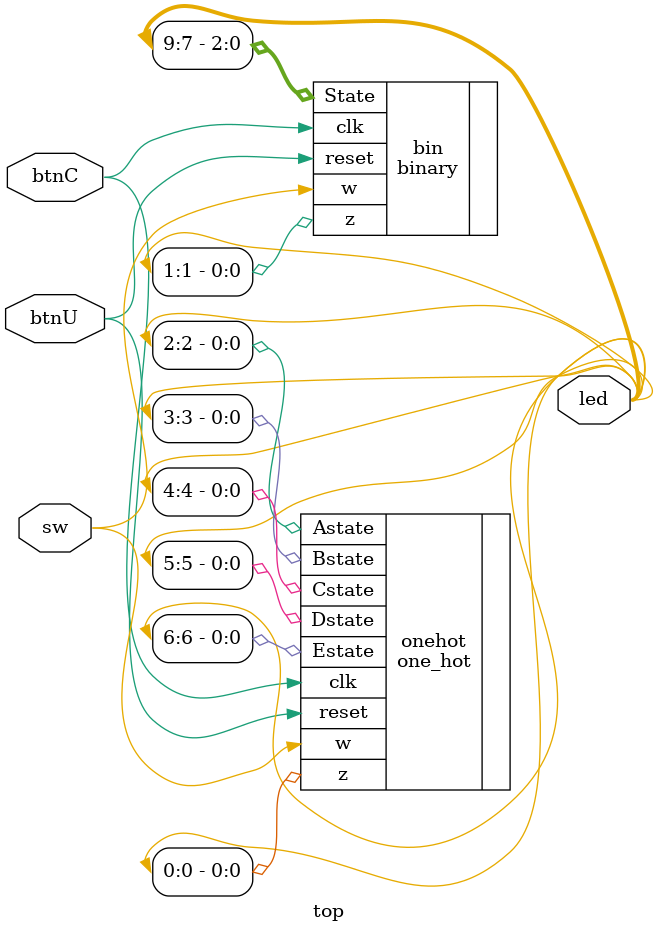
<source format=v>
module top(
    input sw, // w
    output [9:0] led, // see IO table
    input btnC, // clk
    input btnU // reset
);

    // Hook up binary and one-hot state machines
    
    one_hot onehot(
    .w(sw),
    .clk(btnC),
    .reset(btnU),
    .z(led[0]),
     .Astate(led[2]),
    .Bstate(led[3]),
    .Cstate(led[4]),
    .Dstate(led[5]),
    .Estate(led[6])
);
    binary bin(
    .w(sw),
    .clk(btnC),
    .reset(btnU),
    .z(led[1]),
    .State(led[9:7])
    );
    

endmodule

</source>
